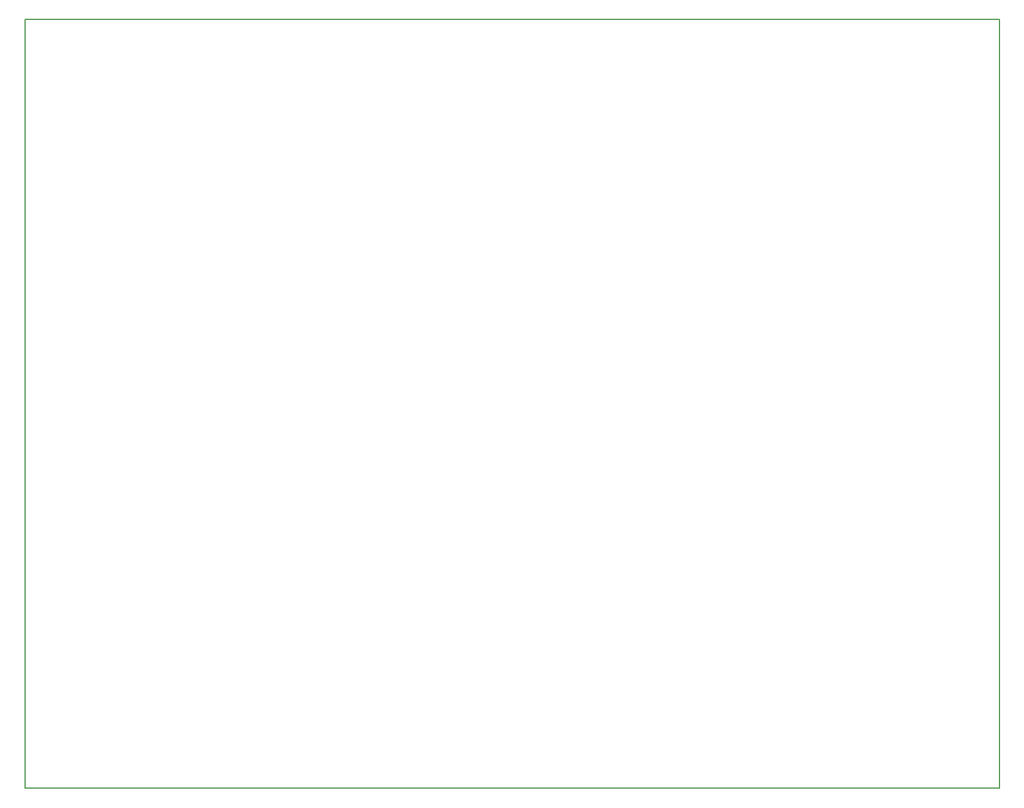
<source format=gko>
G04 #@! TF.GenerationSoftware,KiCad,Pcbnew,(5.1.2)-2*
G04 #@! TF.CreationDate,2019-08-11T10:56:02+02:00*
G04 #@! TF.ProjectId,Memory-Access-Register,4d656d6f-7279-42d4-9163-636573732d52,rev?*
G04 #@! TF.SameCoordinates,Original*
G04 #@! TF.FileFunction,Profile,NP*
%FSLAX46Y46*%
G04 Gerber Fmt 4.6, Leading zero omitted, Abs format (unit mm)*
G04 Created by KiCad (PCBNEW (5.1.2)-2) date 2019-08-11 10:56:02*
%MOMM*%
%LPD*%
G04 APERTURE LIST*
%ADD10C,0.150000*%
G04 APERTURE END LIST*
D10*
X31115000Y-142875000D02*
X31115000Y-28575000D01*
X175895000Y-142875000D02*
X31115000Y-142875000D01*
X175895000Y-28575000D02*
X175895000Y-142875000D01*
X31115000Y-28575000D02*
X175895000Y-28575000D01*
M02*

</source>
